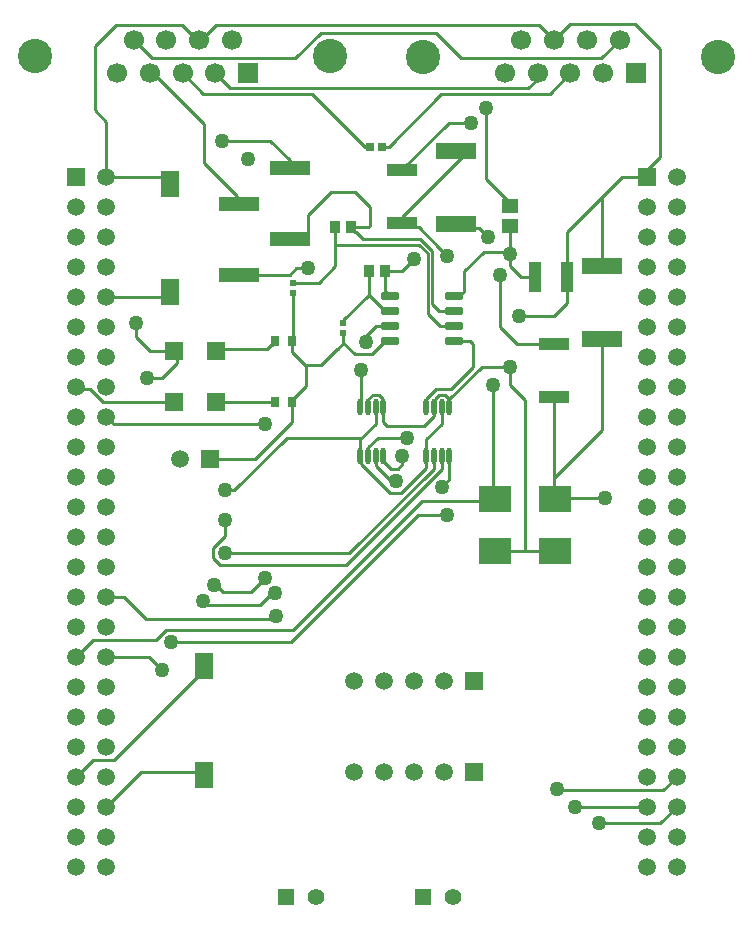
<source format=gtl>
G04*
G04 #@! TF.GenerationSoftware,Altium Limited,Altium Designer,19.0.15 (446)*
G04*
G04 Layer_Physical_Order=1*
G04 Layer_Color=255*
%FSLAX25Y25*%
%MOIN*%
G70*
G01*
G75*
%ADD14C,0.01000*%
%ADD16R,0.13583X0.05709*%
%ADD17R,0.13189X0.04921*%
%ADD18R,0.10236X0.04134*%
%ADD19R,0.03937X0.10236*%
G04:AMPARAMS|DCode=20|XSize=23.62mil|YSize=57.09mil|CornerRadius=2.01mil|HoleSize=0mil|Usage=FLASHONLY|Rotation=90.000|XOffset=0mil|YOffset=0mil|HoleType=Round|Shape=RoundedRectangle|*
%AMROUNDEDRECTD20*
21,1,0.02362,0.05307,0,0,90.0*
21,1,0.01961,0.05709,0,0,90.0*
1,1,0.00402,0.02653,0.00980*
1,1,0.00402,0.02653,-0.00980*
1,1,0.00402,-0.02653,-0.00980*
1,1,0.00402,-0.02653,0.00980*
%
%ADD20ROUNDEDRECTD20*%
%ADD21R,0.03543X0.04134*%
%ADD22R,0.02165X0.02165*%
%ADD23R,0.02559X0.02559*%
%ADD24R,0.05709X0.04724*%
%ADD25R,0.10799X0.08500*%
%ADD26O,0.01772X0.05512*%
%ADD27R,0.06299X0.08583*%
%ADD28R,0.06299X0.08661*%
%ADD29R,0.05906X0.05906*%
%ADD30R,0.02756X0.03543*%
%ADD54C,0.11417*%
%ADD55C,0.06693*%
%ADD56R,0.06693X0.06693*%
%ADD57C,0.05906*%
%ADD58R,0.05906X0.05906*%
%ADD59R,0.05512X0.05512*%
%ADD60C,0.05512*%
%ADD61C,0.05000*%
D14*
X258528Y465028D02*
X366197D01*
X254476Y460976D02*
X258528Y465028D01*
X253559Y460976D02*
X254476D01*
X251024Y460976D02*
X251969D01*
X246972Y465028D02*
X251024Y460976D01*
X225028Y465028D02*
X246972D01*
X333563Y442063D02*
X369740D01*
X316000Y424500D02*
X333563Y442063D01*
X313862Y424500D02*
X316000D01*
X218000Y458000D02*
X225028Y465028D01*
X218000Y436691D02*
Y458000D01*
Y436691D02*
X221894Y432797D01*
X254405Y419095D02*
X265461Y408039D01*
Y405500D02*
Y408039D01*
Y405500D02*
X266000D01*
X254405Y419095D02*
Y432094D01*
X372000Y210500D02*
X372453Y210047D01*
X407547D01*
X412000Y214500D01*
X237500Y449000D02*
X254405Y432094D01*
X236405Y449000D02*
X237500D01*
X355055Y405693D02*
X356394D01*
X276500Y426500D02*
X283000Y420000D01*
X260500Y426500D02*
X276500D01*
X348500Y413587D02*
Y437500D01*
Y413587D02*
X356394Y405693D01*
X291265Y444063D02*
X362563D01*
X291175Y444153D02*
X291265Y444063D01*
X263063Y444153D02*
X291175D01*
X358716Y358785D02*
X370941D01*
X353000Y364500D02*
X358716Y358785D01*
X353000Y364500D02*
Y381878D01*
X356394Y384642D02*
X360035Y381000D01*
X356394Y384642D02*
Y388653D01*
Y389272D02*
X356622D01*
X356394Y388653D02*
Y389272D01*
X359394Y368000D02*
X370941D01*
X320595Y417066D02*
X336028Y432500D01*
X320595Y416858D02*
Y417066D01*
X336028Y432500D02*
X343500D01*
X365681Y447181D02*
Y448910D01*
X362563Y444063D02*
X365681Y447181D01*
X270134Y381878D02*
X282972D01*
X285094Y384000D01*
X254157Y442154D02*
X290347D01*
X308000Y424500D01*
X247311Y449000D02*
X254157Y442154D01*
X258217Y449000D02*
X263063Y444153D01*
X356394Y404846D02*
Y405693D01*
X237134Y454000D02*
X284882D01*
X230953Y460181D02*
X237134Y454000D01*
X284882D02*
X293273Y462391D01*
X331610D01*
X386854Y454000D02*
X392945Y460090D01*
X340000Y454000D02*
X386854D01*
X331610Y462391D02*
X340000Y454000D01*
X251969Y460976D02*
X252764Y460181D01*
X253559Y460976D01*
X366197Y465028D02*
X371134Y460090D01*
X369740Y442063D02*
X376587Y448910D01*
X376543Y465500D02*
X398000D01*
X406500Y457000D01*
X371134Y460090D02*
X376543Y465500D01*
X308000Y424500D02*
X309925D01*
X221894Y414500D02*
Y432797D01*
X406500Y421106D02*
Y457000D01*
X399894Y414500D02*
X406500Y421106D01*
X283000Y417311D02*
Y420000D01*
X338500Y423705D02*
X340850Y421350D01*
X320500Y401000D02*
X340850Y421350D01*
X320500Y399236D02*
Y401000D01*
Y399236D02*
X320595Y399142D01*
X309925Y398294D02*
Y404500D01*
X298236Y384736D02*
Y391709D01*
X303551Y397709D02*
X309339D01*
X298236Y391709D02*
Y397709D01*
X289094Y401866D02*
X296728Y409500D01*
X309339Y397709D02*
X309925Y398294D01*
X296728Y409500D02*
X304925D01*
X309925Y404500D01*
X339967Y397328D02*
X346172D01*
X338500Y398795D02*
X339967Y397328D01*
X346172D02*
X349000Y394500D01*
X332758Y390731D02*
X332813D01*
X325969Y397575D02*
X332813Y390731D01*
X332758D02*
X335489Y388000D01*
X322162Y397575D02*
X325969D01*
X326529Y393689D02*
X327427Y392850D01*
X324095Y393689D02*
X326529D01*
X307571D02*
X324095D01*
X305118Y396142D02*
X307571Y393689D01*
X330500Y386343D02*
Y389500D01*
X330593Y389593D01*
X329500Y390777D02*
X330593Y389593D01*
X330500Y385355D02*
Y386343D01*
Y372102D02*
Y385355D01*
Y372102D02*
X332894Y369709D01*
X327427Y392850D02*
X329500Y390777D01*
X329000Y368736D02*
Y388894D01*
X326185Y391709D02*
X329000Y388894D01*
X298236Y391709D02*
X326185D01*
X347622Y389500D02*
X356394D01*
X341122Y383000D02*
X347622Y389500D01*
X356394D02*
Y398153D01*
X320595Y399142D02*
X322162Y397575D01*
X375315Y396106D02*
X387000Y407791D01*
X375315Y381000D02*
Y396106D01*
X393709Y414500D02*
X399894D01*
X387000Y407791D02*
X393709Y414500D01*
X387000Y384736D02*
Y407791D01*
X370941Y314114D02*
X387000Y330173D01*
Y360327D01*
X285094Y384000D02*
X289094D01*
X292709Y379209D02*
X298236Y384736D01*
X284075Y379209D02*
X292709D01*
X288680Y383586D02*
X289094Y384000D01*
X266000Y381878D02*
X270134D01*
X284075Y360134D02*
Y375512D01*
X303551Y397413D02*
X304823Y396142D01*
X303551Y397413D02*
Y397709D01*
X289094Y395650D02*
Y401866D01*
X287134Y393689D02*
X289094Y395650D01*
X283000Y393689D02*
X287134D01*
X304823Y396142D02*
X305118D01*
X221894Y374500D02*
X241590D01*
X243000Y375909D01*
X221894Y414500D02*
X240591D01*
X243000Y412090D01*
X350894Y306701D02*
X351394Y307201D01*
X350693Y306500D02*
X350894Y306701D01*
Y345000D01*
X336232Y313559D02*
Y321429D01*
X333673Y311000D02*
X336232Y313559D01*
Y340256D02*
X347185Y351209D01*
X336679Y343827D02*
X344000Y351147D01*
X331857Y343827D02*
X336679D01*
X347185Y351209D02*
X356500D01*
X336232Y337571D02*
Y340256D01*
X344000Y351147D02*
Y358729D01*
X334661Y341827D02*
X336085Y340404D01*
X328555Y340525D02*
X331857Y343827D01*
X370941Y307653D02*
X371394Y307201D01*
X370941Y307653D02*
Y314114D01*
Y341068D01*
X370941Y368000D02*
X375315Y372374D01*
Y381000D01*
X360035D02*
X364685D01*
X309262Y340404D02*
X310685Y341827D01*
X309262Y337719D02*
Y340404D01*
X309114Y337571D02*
X309262Y337719D01*
X256394Y320500D02*
X271500D01*
X329000Y368736D02*
X333028Y364709D01*
X332894Y369709D02*
X337929D01*
X314657Y383000D02*
X320291D01*
X314657Y376524D02*
Y383000D01*
X320291D02*
X324500Y387209D01*
X309343Y375165D02*
Y383000D01*
X341122Y376228D02*
Y383000D01*
X339602Y374709D02*
X341122Y376228D01*
X337929Y374709D02*
X339602D01*
X356500Y345080D02*
Y351209D01*
X356485Y345065D02*
X356500Y345080D01*
X356485Y345065D02*
X361500Y340051D01*
X331287Y335665D02*
Y340429D01*
X327728Y331500D02*
X330966Y334738D01*
Y335344D01*
X331287Y335665D01*
X300894Y366717D02*
X309343Y375165D01*
X314799Y369709D01*
X300894Y365772D02*
Y366717D01*
X333028Y364709D02*
X337929D01*
X311847D02*
X316472D01*
X308500Y361361D02*
X311847Y364709D01*
X328555Y337719D02*
Y340525D01*
X332685Y341827D02*
X334661D01*
X331287Y340429D02*
X332685Y341827D01*
X343021Y359709D02*
X344000Y358729D01*
X337929Y359709D02*
X343021D01*
X315394Y331500D02*
X327728D01*
X314232Y332661D02*
X315394Y331500D01*
X314232Y332661D02*
Y337423D01*
X314085Y337571D02*
X314232Y337423D01*
X314085Y337571D02*
Y340404D01*
X312661Y341827D02*
X314085Y340404D01*
X310685Y341827D02*
X312661D01*
X314232Y338000D02*
Y340339D01*
X217441Y260047D02*
X238390D01*
X241843Y263500D02*
X284201D01*
X238390Y260047D02*
X241843Y263500D01*
X331052Y321367D02*
X331114Y321429D01*
X331052Y317173D02*
Y321367D01*
X301707Y285000D02*
X333673Y316966D01*
X259737Y285000D02*
X301707D01*
X257394Y287343D02*
X259737Y285000D01*
X284201Y263500D02*
X327201Y306500D01*
X273102Y271709D02*
X277102Y275709D01*
X255291Y271709D02*
X273102D01*
X254000Y273000D02*
X255291Y271709D01*
X270015Y276209D02*
X274658Y280851D01*
X260875Y276209D02*
X270015D01*
X258583Y278500D02*
X260875Y276209D01*
X235000Y267209D02*
X277500D01*
X227709Y274500D02*
X235000Y267209D01*
X277500D02*
X278500Y268209D01*
X257394Y287343D02*
Y290874D01*
X314657Y376524D02*
X316472Y374709D01*
X304685Y355315D02*
X310405D01*
X314799Y359709D01*
X316472D01*
X308500Y359315D02*
Y361361D01*
X314799Y369709D02*
X316472D01*
X300894Y359106D02*
X304685Y355315D01*
X300894Y359106D02*
Y362228D01*
X299102Y357209D02*
X300894Y359000D01*
X361500Y289799D02*
X371394D01*
X283650Y332650D02*
Y339894D01*
X258283Y357000D02*
X259283Y356000D01*
X258283Y357000D02*
X275429D01*
X276866Y358437D01*
X277260D01*
X278138Y359315D01*
Y359709D01*
X283650D02*
X284075Y360134D01*
X283500Y259500D02*
X325709Y301709D01*
X335500D01*
X327201Y306500D02*
X350693D01*
X277102Y275709D02*
X278000D01*
X221894Y274500D02*
X227709D01*
X211894Y254500D02*
X217441Y260047D01*
X221894Y254500D02*
X236047D01*
X240500Y250047D01*
X257894Y278500D02*
X258583D01*
X224394Y332000D02*
X274658D01*
X333673Y316966D02*
Y321429D01*
X361500Y289799D02*
Y340051D01*
X217441Y220047D02*
X224390D01*
X253894Y249551D01*
Y252091D01*
X309262Y324262D02*
X312500Y327500D01*
X309262Y321577D02*
Y324262D01*
X283650Y356106D02*
X288150Y351606D01*
X283650Y356106D02*
Y359709D01*
X278138D02*
X278138Y359709D01*
X306555Y326941D02*
Y327500D01*
Y321429D02*
Y326941D01*
X282000Y327500D02*
X306555D01*
X264500Y310000D02*
X282000Y327500D01*
X261394Y289000D02*
X302879D01*
X331052Y317173D01*
X386000Y199000D02*
X406500D01*
X412000Y204500D01*
X233303Y215910D02*
X253894D01*
X221894Y204500D02*
X233303Y215910D01*
X378000Y204500D02*
X402000D01*
X221894Y334500D02*
X224394Y332000D01*
X271500Y320500D02*
X283650Y332650D01*
Y339894D02*
X288394Y344638D01*
X243500Y259500D02*
X283500D01*
X320595Y318595D02*
Y321282D01*
X319000Y317000D02*
X320595Y318595D01*
X316791Y317000D02*
X319000D01*
X314232Y319559D02*
X316791Y317000D01*
X314232Y319559D02*
Y321429D01*
X371394Y307201D02*
X371693Y307500D01*
X388000D01*
X288150Y351606D02*
X288394Y351362D01*
X293500Y351606D02*
X298894Y357000D01*
X288150Y351606D02*
X293500D01*
X261394Y310000D02*
X264500D01*
X320051Y309000D02*
X328555Y317505D01*
X316799Y313000D02*
X318394D01*
X311821Y317978D02*
X316799Y313000D01*
X311821Y317978D02*
Y321282D01*
X306703Y318596D02*
X316299Y309000D01*
X320051D01*
X306703Y318596D02*
Y321282D01*
X312500Y327500D02*
X322000D01*
X306629Y349926D02*
X306703Y350000D01*
X306629Y337645D02*
Y349926D01*
X306555Y337571D02*
X306629Y337645D01*
X328555Y317505D02*
Y321429D01*
X351394Y289799D02*
X361500D01*
X311673Y332059D02*
Y337571D01*
X306555Y326941D02*
X311673Y332059D01*
X328555Y321429D02*
Y326941D01*
X244504Y356500D02*
X245394Y355610D01*
Y352500D02*
Y355610D01*
X240394Y347500D02*
X245394Y352500D01*
X235394Y347500D02*
X240394D01*
X257394Y290874D02*
X261394Y294874D01*
X311673Y321429D02*
X311821Y321282D01*
X261394Y294874D02*
Y300000D01*
X306555Y321429D02*
X306703Y321282D01*
X333673Y332059D02*
Y337571D01*
X328555Y326941D02*
X333673Y332059D01*
X288394Y344638D02*
Y351362D01*
X231894Y361000D02*
Y365772D01*
Y361000D02*
X236394Y356500D01*
X244504D01*
X356394Y389272D02*
Y389500D01*
X211894Y214500D02*
X217441Y220047D01*
X278138Y339500D02*
X278138Y339500D01*
X258283Y339500D02*
X278138D01*
X220597D02*
X244504D01*
X216347Y343750D02*
X220597Y339500D01*
X212644Y343750D02*
X216347D01*
X211894Y344500D02*
X212644Y343750D01*
X243000Y374740D02*
Y375909D01*
X211894Y384500D02*
X212644Y383750D01*
D16*
X338500Y398795D02*
D03*
Y423205D02*
D03*
X387000Y360327D02*
D03*
Y384736D02*
D03*
D17*
X283000Y417311D02*
D03*
Y393689D02*
D03*
X266000Y405500D02*
D03*
Y381878D02*
D03*
D18*
X320595Y416858D02*
D03*
Y399142D02*
D03*
X370941Y358785D02*
D03*
Y341068D02*
D03*
D19*
X364685Y381000D02*
D03*
X375315D02*
D03*
D20*
X337929Y359709D02*
D03*
Y364709D02*
D03*
Y369709D02*
D03*
Y374709D02*
D03*
X316472Y359709D02*
D03*
Y364709D02*
D03*
Y369709D02*
D03*
Y374709D02*
D03*
D21*
X298236Y397709D02*
D03*
X303551D02*
D03*
X309343Y383000D02*
D03*
X314657D02*
D03*
D22*
X284075Y375665D02*
D03*
Y379209D02*
D03*
X300894Y362228D02*
D03*
Y365772D02*
D03*
D23*
X313862Y424500D02*
D03*
X309925D02*
D03*
D24*
X356394Y404846D02*
D03*
Y398153D02*
D03*
D25*
X351394Y289799D02*
D03*
Y307201D02*
D03*
X371394Y289799D02*
D03*
Y307201D02*
D03*
D26*
X336232Y337571D02*
D03*
X333673D02*
D03*
X331114D02*
D03*
X328555D02*
D03*
X336232Y321429D02*
D03*
X333673D02*
D03*
X331114D02*
D03*
X328555D02*
D03*
X314232Y337571D02*
D03*
X311673D02*
D03*
X309114D02*
D03*
X306555D02*
D03*
X314232Y321429D02*
D03*
X311673D02*
D03*
X309114D02*
D03*
X306555D02*
D03*
D27*
X243000Y412090D02*
D03*
X254500Y251299D02*
D03*
D28*
X243000Y375909D02*
D03*
X254500Y215118D02*
D03*
D29*
X258283Y339500D02*
D03*
X244504D02*
D03*
X258283Y356500D02*
D03*
X244504D02*
D03*
X344394Y246500D02*
D03*
Y216000D02*
D03*
X256394Y320500D02*
D03*
D30*
X283756Y339500D02*
D03*
X278244D02*
D03*
X283650Y359709D02*
D03*
X278138D02*
D03*
D54*
X327394Y454500D02*
D03*
X425779D02*
D03*
X198118Y454591D02*
D03*
X296504D02*
D03*
D55*
X360228Y460090D02*
D03*
X371134D02*
D03*
X382039D02*
D03*
X392945D02*
D03*
X354776Y448910D02*
D03*
X365681D02*
D03*
X376587D02*
D03*
X387492D02*
D03*
X230953Y460181D02*
D03*
X241858D02*
D03*
X252764D02*
D03*
X263669D02*
D03*
X225500Y449000D02*
D03*
X236405D02*
D03*
X247311D02*
D03*
X258217D02*
D03*
D56*
X398398Y448910D02*
D03*
X269122Y449000D02*
D03*
D57*
X304394Y246500D02*
D03*
X314394D02*
D03*
X324394D02*
D03*
X334394D02*
D03*
X304394Y216000D02*
D03*
X314394D02*
D03*
X324394D02*
D03*
X334394D02*
D03*
X246394Y320500D02*
D03*
X221894Y414500D02*
D03*
X211894Y404500D02*
D03*
X221894D02*
D03*
X211894Y394500D02*
D03*
X221894D02*
D03*
X211894Y384500D02*
D03*
X221894D02*
D03*
X211894Y374500D02*
D03*
X221894D02*
D03*
X211894Y364500D02*
D03*
X221894D02*
D03*
X211894Y354500D02*
D03*
X221894D02*
D03*
X211894Y344500D02*
D03*
X221894D02*
D03*
X211894Y334500D02*
D03*
X221894D02*
D03*
X211894Y324500D02*
D03*
X221894D02*
D03*
X211894Y314500D02*
D03*
X221894D02*
D03*
X211894Y304500D02*
D03*
X221894D02*
D03*
X211894Y294500D02*
D03*
X221894D02*
D03*
X211894Y284500D02*
D03*
X221894D02*
D03*
X211894Y274500D02*
D03*
X221894D02*
D03*
X211894Y264500D02*
D03*
X221894D02*
D03*
X211894Y254500D02*
D03*
X221894D02*
D03*
X211894Y244500D02*
D03*
X221894D02*
D03*
X211894Y234500D02*
D03*
X221894D02*
D03*
X211894Y224500D02*
D03*
X221894D02*
D03*
X211894Y214500D02*
D03*
X221894D02*
D03*
X211894Y204500D02*
D03*
X221894D02*
D03*
X211894Y194500D02*
D03*
X221894D02*
D03*
X211894Y184500D02*
D03*
X221894D02*
D03*
X412000Y414500D02*
D03*
X402000Y404500D02*
D03*
X412000D02*
D03*
X402000Y394500D02*
D03*
X412000D02*
D03*
X402000Y384500D02*
D03*
X412000D02*
D03*
X402000Y374500D02*
D03*
X412000D02*
D03*
X402000Y364500D02*
D03*
X412000D02*
D03*
X402000Y354500D02*
D03*
X412000D02*
D03*
X402000Y344500D02*
D03*
X412000D02*
D03*
X402000Y334500D02*
D03*
X412000D02*
D03*
X402000Y324500D02*
D03*
X412000D02*
D03*
X402000Y314500D02*
D03*
X412000D02*
D03*
X402000Y304500D02*
D03*
X412000D02*
D03*
X402000Y294500D02*
D03*
X412000D02*
D03*
X402000Y284500D02*
D03*
X412000D02*
D03*
X402000Y274500D02*
D03*
X412000D02*
D03*
X402000Y264500D02*
D03*
X412000D02*
D03*
X402000Y254500D02*
D03*
X412000D02*
D03*
X402000Y244500D02*
D03*
X412000D02*
D03*
X402000Y234500D02*
D03*
X412000D02*
D03*
X402000Y224500D02*
D03*
X412000D02*
D03*
X402000Y214500D02*
D03*
X412000D02*
D03*
X402000Y204500D02*
D03*
X412000D02*
D03*
X402000Y194500D02*
D03*
X412000D02*
D03*
X402000Y184500D02*
D03*
X412000D02*
D03*
D58*
X211894Y414500D02*
D03*
X402000D02*
D03*
D59*
X327394Y174500D02*
D03*
X281665D02*
D03*
D60*
X337394D02*
D03*
X291665D02*
D03*
D61*
X269122Y420500D02*
D03*
X260500Y426500D02*
D03*
X348500Y437500D02*
D03*
X353000Y381878D02*
D03*
X356394Y388653D02*
D03*
X359394Y368000D02*
D03*
X343500Y432500D02*
D03*
X349000Y394500D02*
D03*
X289094Y384000D02*
D03*
X324500Y387209D02*
D03*
X356500Y351209D02*
D03*
X308500Y359315D02*
D03*
X335489Y388000D02*
D03*
X335500Y301709D02*
D03*
X274658Y280851D02*
D03*
X278000Y275709D02*
D03*
X240500Y250047D02*
D03*
X274658Y332000D02*
D03*
X278500Y268209D02*
D03*
X372000Y210500D02*
D03*
X386000Y199000D02*
D03*
X378000Y204500D02*
D03*
X254000Y273000D02*
D03*
X243500Y259500D02*
D03*
X320595Y321282D02*
D03*
X388000Y307500D02*
D03*
X333673Y311000D02*
D03*
X318394Y313000D02*
D03*
X322000Y327500D02*
D03*
X306703Y350000D02*
D03*
X235394Y347500D02*
D03*
X261394Y310000D02*
D03*
X257894Y278500D02*
D03*
X261394Y300000D02*
D03*
Y289000D02*
D03*
X350894Y345000D02*
D03*
X231894Y365772D02*
D03*
M02*

</source>
